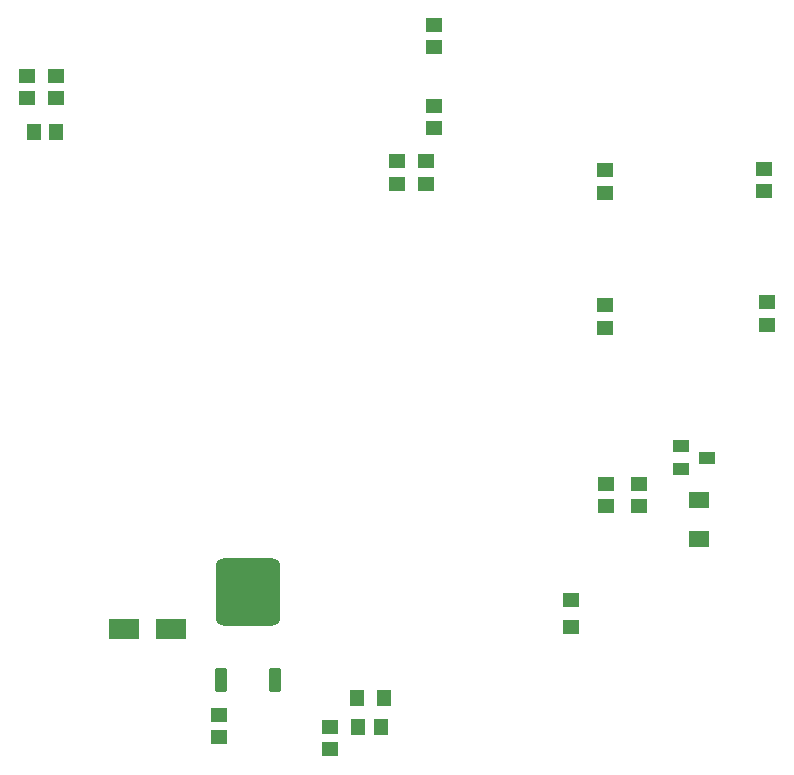
<source format=gtp>
G04*
G04 #@! TF.GenerationSoftware,Altium Limited,Altium Designer,22.10.1 (41)*
G04*
G04 Layer_Color=8421504*
%FSLAX25Y25*%
%MOIN*%
G70*
G04*
G04 #@! TF.SameCoordinates,D7D8B2A2-ADA4-419F-A72F-73B0DD1D3010*
G04*
G04*
G04 #@! TF.FilePolarity,Positive*
G04*
G01*
G75*
%ADD21R,0.05512X0.04724*%
%ADD22R,0.05500X0.05000*%
%ADD23R,0.07087X0.05315*%
%ADD24R,0.05512X0.03937*%
%ADD25R,0.09843X0.06693*%
%ADD26R,0.04724X0.05512*%
%ADD27R,0.05000X0.05500*%
G04:AMPARAMS|DCode=28|XSize=39.37mil|YSize=78.74mil|CornerRadius=4.92mil|HoleSize=0mil|Usage=FLASHONLY|Rotation=0.000|XOffset=0mil|YOffset=0mil|HoleType=Round|Shape=RoundedRectangle|*
%AMROUNDEDRECTD28*
21,1,0.03937,0.06890,0,0,0.0*
21,1,0.02953,0.07874,0,0,0.0*
1,1,0.00984,0.01476,-0.03445*
1,1,0.00984,-0.01476,-0.03445*
1,1,0.00984,-0.01476,0.03445*
1,1,0.00984,0.01476,0.03445*
%
%ADD28ROUNDEDRECTD28*%
G04:AMPARAMS|DCode=29|XSize=216.54mil|YSize=224.41mil|CornerRadius=27.07mil|HoleSize=0mil|Usage=FLASHONLY|Rotation=0.000|XOffset=0mil|YOffset=0mil|HoleType=Round|Shape=RoundedRectangle|*
%AMROUNDEDRECTD29*
21,1,0.21654,0.17028,0,0,0.0*
21,1,0.16240,0.22441,0,0,0.0*
1,1,0.05413,0.08120,-0.08514*
1,1,0.05413,-0.08120,-0.08514*
1,1,0.05413,-0.08120,0.08514*
1,1,0.05413,0.08120,0.08514*
%
%ADD29ROUNDEDRECTD29*%
D21*
X117487Y16723D02*
D03*
Y9243D02*
D03*
X208997Y157282D02*
D03*
Y149802D02*
D03*
Y202282D02*
D03*
Y194802D02*
D03*
X261997Y202782D02*
D03*
Y195302D02*
D03*
X262997Y150802D02*
D03*
Y158282D02*
D03*
X209599Y97723D02*
D03*
Y90242D02*
D03*
X220599D02*
D03*
Y97723D02*
D03*
X139739Y197777D02*
D03*
Y205258D02*
D03*
X149487Y205223D02*
D03*
Y197742D02*
D03*
X80487Y13242D02*
D03*
Y20723D02*
D03*
X25987Y226242D02*
D03*
Y233723D02*
D03*
X16513Y233757D02*
D03*
Y226277D02*
D03*
X152013Y243277D02*
D03*
Y250758D02*
D03*
X151987Y223723D02*
D03*
Y216243D02*
D03*
D22*
X197913Y58925D02*
D03*
Y49925D02*
D03*
D23*
X240339Y92500D02*
D03*
Y79311D02*
D03*
D24*
X234508Y110240D02*
D03*
Y102759D02*
D03*
X243169Y106499D02*
D03*
D25*
X48626Y49500D02*
D03*
X64374D02*
D03*
D26*
X18743Y215013D02*
D03*
X26223D02*
D03*
X126951Y16775D02*
D03*
X134432D02*
D03*
D27*
X126378Y26378D02*
D03*
X135378D02*
D03*
D28*
X81004Y32433D02*
D03*
X98996Y32433D02*
D03*
D29*
X90000Y61567D02*
D03*
M02*

</source>
